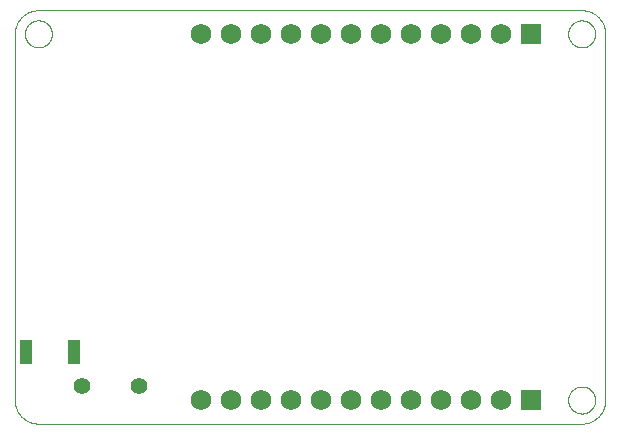
<source format=gbs>
G75*
%MOIN*%
%OFA0B0*%
%FSLAX25Y25*%
%IPPOS*%
%LPD*%
%AMOC8*
5,1,8,0,0,1.08239X$1,22.5*
%
%ADD10C,0.00000*%
%ADD11C,0.00100*%
%ADD12R,0.04400X0.08200*%
%ADD13R,0.06900X0.06900*%
%ADD14C,0.06900*%
%ADD15C,0.05600*%
D10*
X0010874Y0003250D02*
X0191976Y0003250D01*
X0192166Y0003252D01*
X0192356Y0003259D01*
X0192546Y0003271D01*
X0192736Y0003287D01*
X0192925Y0003307D01*
X0193114Y0003333D01*
X0193302Y0003362D01*
X0193489Y0003397D01*
X0193675Y0003436D01*
X0193860Y0003479D01*
X0194045Y0003527D01*
X0194228Y0003579D01*
X0194409Y0003635D01*
X0194589Y0003696D01*
X0194768Y0003762D01*
X0194945Y0003831D01*
X0195121Y0003905D01*
X0195294Y0003983D01*
X0195466Y0004066D01*
X0195635Y0004152D01*
X0195803Y0004242D01*
X0195968Y0004337D01*
X0196131Y0004435D01*
X0196291Y0004538D01*
X0196449Y0004644D01*
X0196604Y0004754D01*
X0196757Y0004867D01*
X0196907Y0004985D01*
X0197053Y0005106D01*
X0197197Y0005230D01*
X0197338Y0005358D01*
X0197476Y0005489D01*
X0197611Y0005624D01*
X0197742Y0005762D01*
X0197870Y0005903D01*
X0197994Y0006047D01*
X0198115Y0006193D01*
X0198233Y0006343D01*
X0198346Y0006496D01*
X0198456Y0006651D01*
X0198562Y0006809D01*
X0198665Y0006969D01*
X0198763Y0007132D01*
X0198858Y0007297D01*
X0198948Y0007465D01*
X0199034Y0007634D01*
X0199117Y0007806D01*
X0199195Y0007979D01*
X0199269Y0008155D01*
X0199338Y0008332D01*
X0199404Y0008511D01*
X0199465Y0008691D01*
X0199521Y0008872D01*
X0199573Y0009055D01*
X0199621Y0009240D01*
X0199664Y0009425D01*
X0199703Y0009611D01*
X0199738Y0009798D01*
X0199767Y0009986D01*
X0199793Y0010175D01*
X0199813Y0010364D01*
X0199829Y0010554D01*
X0199841Y0010744D01*
X0199848Y0010934D01*
X0199850Y0011124D01*
X0199850Y0133171D01*
X0199848Y0133361D01*
X0199841Y0133551D01*
X0199829Y0133741D01*
X0199813Y0133931D01*
X0199793Y0134120D01*
X0199767Y0134309D01*
X0199738Y0134497D01*
X0199703Y0134684D01*
X0199664Y0134870D01*
X0199621Y0135055D01*
X0199573Y0135240D01*
X0199521Y0135423D01*
X0199465Y0135604D01*
X0199404Y0135784D01*
X0199338Y0135963D01*
X0199269Y0136140D01*
X0199195Y0136316D01*
X0199117Y0136489D01*
X0199034Y0136661D01*
X0198948Y0136830D01*
X0198858Y0136998D01*
X0198763Y0137163D01*
X0198665Y0137326D01*
X0198562Y0137486D01*
X0198456Y0137644D01*
X0198346Y0137799D01*
X0198233Y0137952D01*
X0198115Y0138102D01*
X0197994Y0138248D01*
X0197870Y0138392D01*
X0197742Y0138533D01*
X0197611Y0138671D01*
X0197476Y0138806D01*
X0197338Y0138937D01*
X0197197Y0139065D01*
X0197053Y0139189D01*
X0196907Y0139310D01*
X0196757Y0139428D01*
X0196604Y0139541D01*
X0196449Y0139651D01*
X0196291Y0139757D01*
X0196131Y0139860D01*
X0195968Y0139958D01*
X0195803Y0140053D01*
X0195635Y0140143D01*
X0195466Y0140229D01*
X0195294Y0140312D01*
X0195121Y0140390D01*
X0194945Y0140464D01*
X0194768Y0140533D01*
X0194589Y0140599D01*
X0194409Y0140660D01*
X0194228Y0140716D01*
X0194045Y0140768D01*
X0193860Y0140816D01*
X0193675Y0140859D01*
X0193489Y0140898D01*
X0193302Y0140933D01*
X0193114Y0140962D01*
X0192925Y0140988D01*
X0192736Y0141008D01*
X0192546Y0141024D01*
X0192356Y0141036D01*
X0192166Y0141043D01*
X0191976Y0141045D01*
X0010874Y0141045D01*
X0010684Y0141043D01*
X0010494Y0141036D01*
X0010304Y0141024D01*
X0010114Y0141008D01*
X0009925Y0140988D01*
X0009736Y0140962D01*
X0009548Y0140933D01*
X0009361Y0140898D01*
X0009175Y0140859D01*
X0008990Y0140816D01*
X0008805Y0140768D01*
X0008622Y0140716D01*
X0008441Y0140660D01*
X0008261Y0140599D01*
X0008082Y0140533D01*
X0007905Y0140464D01*
X0007729Y0140390D01*
X0007556Y0140312D01*
X0007384Y0140229D01*
X0007215Y0140143D01*
X0007047Y0140053D01*
X0006882Y0139958D01*
X0006719Y0139860D01*
X0006559Y0139757D01*
X0006401Y0139651D01*
X0006246Y0139541D01*
X0006093Y0139428D01*
X0005943Y0139310D01*
X0005797Y0139189D01*
X0005653Y0139065D01*
X0005512Y0138937D01*
X0005374Y0138806D01*
X0005239Y0138671D01*
X0005108Y0138533D01*
X0004980Y0138392D01*
X0004856Y0138248D01*
X0004735Y0138102D01*
X0004617Y0137952D01*
X0004504Y0137799D01*
X0004394Y0137644D01*
X0004288Y0137486D01*
X0004185Y0137326D01*
X0004087Y0137163D01*
X0003992Y0136998D01*
X0003902Y0136830D01*
X0003816Y0136661D01*
X0003733Y0136489D01*
X0003655Y0136316D01*
X0003581Y0136140D01*
X0003512Y0135963D01*
X0003446Y0135784D01*
X0003385Y0135604D01*
X0003329Y0135423D01*
X0003277Y0135240D01*
X0003229Y0135055D01*
X0003186Y0134870D01*
X0003147Y0134684D01*
X0003112Y0134497D01*
X0003083Y0134309D01*
X0003057Y0134120D01*
X0003037Y0133931D01*
X0003021Y0133741D01*
X0003009Y0133551D01*
X0003002Y0133361D01*
X0003000Y0133171D01*
X0003000Y0011124D01*
X0003002Y0010934D01*
X0003009Y0010744D01*
X0003021Y0010554D01*
X0003037Y0010364D01*
X0003057Y0010175D01*
X0003083Y0009986D01*
X0003112Y0009798D01*
X0003147Y0009611D01*
X0003186Y0009425D01*
X0003229Y0009240D01*
X0003277Y0009055D01*
X0003329Y0008872D01*
X0003385Y0008691D01*
X0003446Y0008511D01*
X0003512Y0008332D01*
X0003581Y0008155D01*
X0003655Y0007979D01*
X0003733Y0007806D01*
X0003816Y0007634D01*
X0003902Y0007465D01*
X0003992Y0007297D01*
X0004087Y0007132D01*
X0004185Y0006969D01*
X0004288Y0006809D01*
X0004394Y0006651D01*
X0004504Y0006496D01*
X0004617Y0006343D01*
X0004735Y0006193D01*
X0004856Y0006047D01*
X0004980Y0005903D01*
X0005108Y0005762D01*
X0005239Y0005624D01*
X0005374Y0005489D01*
X0005512Y0005358D01*
X0005653Y0005230D01*
X0005797Y0005106D01*
X0005943Y0004985D01*
X0006093Y0004867D01*
X0006246Y0004754D01*
X0006401Y0004644D01*
X0006559Y0004538D01*
X0006719Y0004435D01*
X0006882Y0004337D01*
X0007047Y0004242D01*
X0007215Y0004152D01*
X0007384Y0004066D01*
X0007556Y0003983D01*
X0007729Y0003905D01*
X0007905Y0003831D01*
X0008082Y0003762D01*
X0008261Y0003696D01*
X0008441Y0003635D01*
X0008622Y0003579D01*
X0008805Y0003527D01*
X0008990Y0003479D01*
X0009175Y0003436D01*
X0009361Y0003397D01*
X0009548Y0003362D01*
X0009736Y0003333D01*
X0009925Y0003307D01*
X0010114Y0003287D01*
X0010304Y0003271D01*
X0010494Y0003259D01*
X0010684Y0003252D01*
X0010874Y0003250D01*
D11*
X0187476Y0011124D02*
X0187478Y0011258D01*
X0187484Y0011392D01*
X0187494Y0011525D01*
X0187508Y0011659D01*
X0187526Y0011792D01*
X0187548Y0011924D01*
X0187573Y0012055D01*
X0187603Y0012186D01*
X0187637Y0012316D01*
X0187674Y0012444D01*
X0187715Y0012572D01*
X0187760Y0012698D01*
X0187809Y0012823D01*
X0187861Y0012946D01*
X0187917Y0013068D01*
X0187977Y0013188D01*
X0188040Y0013306D01*
X0188107Y0013422D01*
X0188177Y0013536D01*
X0188251Y0013648D01*
X0188328Y0013758D01*
X0188408Y0013866D01*
X0188491Y0013971D01*
X0188577Y0014073D01*
X0188666Y0014173D01*
X0188759Y0014270D01*
X0188854Y0014365D01*
X0188952Y0014456D01*
X0189052Y0014545D01*
X0189155Y0014630D01*
X0189261Y0014713D01*
X0189369Y0014792D01*
X0189479Y0014868D01*
X0189592Y0014941D01*
X0189707Y0015010D01*
X0189823Y0015076D01*
X0189942Y0015138D01*
X0190062Y0015197D01*
X0190185Y0015252D01*
X0190308Y0015304D01*
X0190433Y0015351D01*
X0190560Y0015395D01*
X0190688Y0015436D01*
X0190817Y0015472D01*
X0190947Y0015505D01*
X0191078Y0015533D01*
X0191209Y0015558D01*
X0191342Y0015579D01*
X0191475Y0015596D01*
X0191608Y0015609D01*
X0191742Y0015618D01*
X0191876Y0015623D01*
X0192010Y0015624D01*
X0192143Y0015621D01*
X0192277Y0015614D01*
X0192411Y0015603D01*
X0192544Y0015588D01*
X0192677Y0015569D01*
X0192809Y0015546D01*
X0192940Y0015520D01*
X0193070Y0015489D01*
X0193200Y0015454D01*
X0193328Y0015416D01*
X0193455Y0015374D01*
X0193581Y0015328D01*
X0193706Y0015278D01*
X0193829Y0015225D01*
X0193950Y0015168D01*
X0194070Y0015107D01*
X0194187Y0015043D01*
X0194303Y0014976D01*
X0194417Y0014905D01*
X0194528Y0014830D01*
X0194637Y0014753D01*
X0194744Y0014672D01*
X0194849Y0014588D01*
X0194950Y0014501D01*
X0195050Y0014411D01*
X0195146Y0014318D01*
X0195240Y0014222D01*
X0195331Y0014123D01*
X0195418Y0014022D01*
X0195503Y0013918D01*
X0195585Y0013812D01*
X0195663Y0013704D01*
X0195738Y0013593D01*
X0195810Y0013480D01*
X0195879Y0013364D01*
X0195944Y0013247D01*
X0196005Y0013128D01*
X0196063Y0013007D01*
X0196117Y0012885D01*
X0196168Y0012761D01*
X0196215Y0012635D01*
X0196258Y0012508D01*
X0196297Y0012380D01*
X0196333Y0012251D01*
X0196364Y0012121D01*
X0196392Y0011990D01*
X0196416Y0011858D01*
X0196436Y0011725D01*
X0196452Y0011592D01*
X0196464Y0011459D01*
X0196472Y0011325D01*
X0196476Y0011191D01*
X0196476Y0011057D01*
X0196472Y0010923D01*
X0196464Y0010789D01*
X0196452Y0010656D01*
X0196436Y0010523D01*
X0196416Y0010390D01*
X0196392Y0010258D01*
X0196364Y0010127D01*
X0196333Y0009997D01*
X0196297Y0009868D01*
X0196258Y0009740D01*
X0196215Y0009613D01*
X0196168Y0009487D01*
X0196117Y0009363D01*
X0196063Y0009241D01*
X0196005Y0009120D01*
X0195944Y0009001D01*
X0195879Y0008884D01*
X0195810Y0008768D01*
X0195738Y0008655D01*
X0195663Y0008544D01*
X0195585Y0008436D01*
X0195503Y0008330D01*
X0195418Y0008226D01*
X0195331Y0008125D01*
X0195240Y0008026D01*
X0195146Y0007930D01*
X0195050Y0007837D01*
X0194950Y0007747D01*
X0194849Y0007660D01*
X0194744Y0007576D01*
X0194637Y0007495D01*
X0194528Y0007418D01*
X0194417Y0007343D01*
X0194303Y0007272D01*
X0194187Y0007205D01*
X0194070Y0007141D01*
X0193950Y0007080D01*
X0193829Y0007023D01*
X0193706Y0006970D01*
X0193581Y0006920D01*
X0193455Y0006874D01*
X0193328Y0006832D01*
X0193200Y0006794D01*
X0193070Y0006759D01*
X0192940Y0006728D01*
X0192809Y0006702D01*
X0192677Y0006679D01*
X0192544Y0006660D01*
X0192411Y0006645D01*
X0192277Y0006634D01*
X0192143Y0006627D01*
X0192010Y0006624D01*
X0191876Y0006625D01*
X0191742Y0006630D01*
X0191608Y0006639D01*
X0191475Y0006652D01*
X0191342Y0006669D01*
X0191209Y0006690D01*
X0191078Y0006715D01*
X0190947Y0006743D01*
X0190817Y0006776D01*
X0190688Y0006812D01*
X0190560Y0006853D01*
X0190433Y0006897D01*
X0190308Y0006944D01*
X0190185Y0006996D01*
X0190062Y0007051D01*
X0189942Y0007110D01*
X0189823Y0007172D01*
X0189707Y0007238D01*
X0189592Y0007307D01*
X0189479Y0007380D01*
X0189369Y0007456D01*
X0189261Y0007535D01*
X0189155Y0007618D01*
X0189052Y0007703D01*
X0188952Y0007792D01*
X0188854Y0007883D01*
X0188759Y0007978D01*
X0188666Y0008075D01*
X0188577Y0008175D01*
X0188491Y0008277D01*
X0188408Y0008382D01*
X0188328Y0008490D01*
X0188251Y0008600D01*
X0188177Y0008712D01*
X0188107Y0008826D01*
X0188040Y0008942D01*
X0187977Y0009060D01*
X0187917Y0009180D01*
X0187861Y0009302D01*
X0187809Y0009425D01*
X0187760Y0009550D01*
X0187715Y0009676D01*
X0187674Y0009804D01*
X0187637Y0009932D01*
X0187603Y0010062D01*
X0187573Y0010193D01*
X0187548Y0010324D01*
X0187526Y0010456D01*
X0187508Y0010589D01*
X0187494Y0010723D01*
X0187484Y0010856D01*
X0187478Y0010990D01*
X0187476Y0011124D01*
X0187476Y0133171D02*
X0187478Y0133305D01*
X0187484Y0133439D01*
X0187494Y0133572D01*
X0187508Y0133706D01*
X0187526Y0133839D01*
X0187548Y0133971D01*
X0187573Y0134102D01*
X0187603Y0134233D01*
X0187637Y0134363D01*
X0187674Y0134491D01*
X0187715Y0134619D01*
X0187760Y0134745D01*
X0187809Y0134870D01*
X0187861Y0134993D01*
X0187917Y0135115D01*
X0187977Y0135235D01*
X0188040Y0135353D01*
X0188107Y0135469D01*
X0188177Y0135583D01*
X0188251Y0135695D01*
X0188328Y0135805D01*
X0188408Y0135913D01*
X0188491Y0136018D01*
X0188577Y0136120D01*
X0188666Y0136220D01*
X0188759Y0136317D01*
X0188854Y0136412D01*
X0188952Y0136503D01*
X0189052Y0136592D01*
X0189155Y0136677D01*
X0189261Y0136760D01*
X0189369Y0136839D01*
X0189479Y0136915D01*
X0189592Y0136988D01*
X0189707Y0137057D01*
X0189823Y0137123D01*
X0189942Y0137185D01*
X0190062Y0137244D01*
X0190185Y0137299D01*
X0190308Y0137351D01*
X0190433Y0137398D01*
X0190560Y0137442D01*
X0190688Y0137483D01*
X0190817Y0137519D01*
X0190947Y0137552D01*
X0191078Y0137580D01*
X0191209Y0137605D01*
X0191342Y0137626D01*
X0191475Y0137643D01*
X0191608Y0137656D01*
X0191742Y0137665D01*
X0191876Y0137670D01*
X0192010Y0137671D01*
X0192143Y0137668D01*
X0192277Y0137661D01*
X0192411Y0137650D01*
X0192544Y0137635D01*
X0192677Y0137616D01*
X0192809Y0137593D01*
X0192940Y0137567D01*
X0193070Y0137536D01*
X0193200Y0137501D01*
X0193328Y0137463D01*
X0193455Y0137421D01*
X0193581Y0137375D01*
X0193706Y0137325D01*
X0193829Y0137272D01*
X0193950Y0137215D01*
X0194070Y0137154D01*
X0194187Y0137090D01*
X0194303Y0137023D01*
X0194417Y0136952D01*
X0194528Y0136877D01*
X0194637Y0136800D01*
X0194744Y0136719D01*
X0194849Y0136635D01*
X0194950Y0136548D01*
X0195050Y0136458D01*
X0195146Y0136365D01*
X0195240Y0136269D01*
X0195331Y0136170D01*
X0195418Y0136069D01*
X0195503Y0135965D01*
X0195585Y0135859D01*
X0195663Y0135751D01*
X0195738Y0135640D01*
X0195810Y0135527D01*
X0195879Y0135411D01*
X0195944Y0135294D01*
X0196005Y0135175D01*
X0196063Y0135054D01*
X0196117Y0134932D01*
X0196168Y0134808D01*
X0196215Y0134682D01*
X0196258Y0134555D01*
X0196297Y0134427D01*
X0196333Y0134298D01*
X0196364Y0134168D01*
X0196392Y0134037D01*
X0196416Y0133905D01*
X0196436Y0133772D01*
X0196452Y0133639D01*
X0196464Y0133506D01*
X0196472Y0133372D01*
X0196476Y0133238D01*
X0196476Y0133104D01*
X0196472Y0132970D01*
X0196464Y0132836D01*
X0196452Y0132703D01*
X0196436Y0132570D01*
X0196416Y0132437D01*
X0196392Y0132305D01*
X0196364Y0132174D01*
X0196333Y0132044D01*
X0196297Y0131915D01*
X0196258Y0131787D01*
X0196215Y0131660D01*
X0196168Y0131534D01*
X0196117Y0131410D01*
X0196063Y0131288D01*
X0196005Y0131167D01*
X0195944Y0131048D01*
X0195879Y0130931D01*
X0195810Y0130815D01*
X0195738Y0130702D01*
X0195663Y0130591D01*
X0195585Y0130483D01*
X0195503Y0130377D01*
X0195418Y0130273D01*
X0195331Y0130172D01*
X0195240Y0130073D01*
X0195146Y0129977D01*
X0195050Y0129884D01*
X0194950Y0129794D01*
X0194849Y0129707D01*
X0194744Y0129623D01*
X0194637Y0129542D01*
X0194528Y0129465D01*
X0194417Y0129390D01*
X0194303Y0129319D01*
X0194187Y0129252D01*
X0194070Y0129188D01*
X0193950Y0129127D01*
X0193829Y0129070D01*
X0193706Y0129017D01*
X0193581Y0128967D01*
X0193455Y0128921D01*
X0193328Y0128879D01*
X0193200Y0128841D01*
X0193070Y0128806D01*
X0192940Y0128775D01*
X0192809Y0128749D01*
X0192677Y0128726D01*
X0192544Y0128707D01*
X0192411Y0128692D01*
X0192277Y0128681D01*
X0192143Y0128674D01*
X0192010Y0128671D01*
X0191876Y0128672D01*
X0191742Y0128677D01*
X0191608Y0128686D01*
X0191475Y0128699D01*
X0191342Y0128716D01*
X0191209Y0128737D01*
X0191078Y0128762D01*
X0190947Y0128790D01*
X0190817Y0128823D01*
X0190688Y0128859D01*
X0190560Y0128900D01*
X0190433Y0128944D01*
X0190308Y0128991D01*
X0190185Y0129043D01*
X0190062Y0129098D01*
X0189942Y0129157D01*
X0189823Y0129219D01*
X0189707Y0129285D01*
X0189592Y0129354D01*
X0189479Y0129427D01*
X0189369Y0129503D01*
X0189261Y0129582D01*
X0189155Y0129665D01*
X0189052Y0129750D01*
X0188952Y0129839D01*
X0188854Y0129930D01*
X0188759Y0130025D01*
X0188666Y0130122D01*
X0188577Y0130222D01*
X0188491Y0130324D01*
X0188408Y0130429D01*
X0188328Y0130537D01*
X0188251Y0130647D01*
X0188177Y0130759D01*
X0188107Y0130873D01*
X0188040Y0130989D01*
X0187977Y0131107D01*
X0187917Y0131227D01*
X0187861Y0131349D01*
X0187809Y0131472D01*
X0187760Y0131597D01*
X0187715Y0131723D01*
X0187674Y0131851D01*
X0187637Y0131979D01*
X0187603Y0132109D01*
X0187573Y0132240D01*
X0187548Y0132371D01*
X0187526Y0132503D01*
X0187508Y0132636D01*
X0187494Y0132770D01*
X0187484Y0132903D01*
X0187478Y0133037D01*
X0187476Y0133171D01*
X0006374Y0133171D02*
X0006376Y0133305D01*
X0006382Y0133439D01*
X0006392Y0133572D01*
X0006406Y0133706D01*
X0006424Y0133839D01*
X0006446Y0133971D01*
X0006471Y0134102D01*
X0006501Y0134233D01*
X0006535Y0134363D01*
X0006572Y0134491D01*
X0006613Y0134619D01*
X0006658Y0134745D01*
X0006707Y0134870D01*
X0006759Y0134993D01*
X0006815Y0135115D01*
X0006875Y0135235D01*
X0006938Y0135353D01*
X0007005Y0135469D01*
X0007075Y0135583D01*
X0007149Y0135695D01*
X0007226Y0135805D01*
X0007306Y0135913D01*
X0007389Y0136018D01*
X0007475Y0136120D01*
X0007564Y0136220D01*
X0007657Y0136317D01*
X0007752Y0136412D01*
X0007850Y0136503D01*
X0007950Y0136592D01*
X0008053Y0136677D01*
X0008159Y0136760D01*
X0008267Y0136839D01*
X0008377Y0136915D01*
X0008490Y0136988D01*
X0008605Y0137057D01*
X0008721Y0137123D01*
X0008840Y0137185D01*
X0008960Y0137244D01*
X0009083Y0137299D01*
X0009206Y0137351D01*
X0009331Y0137398D01*
X0009458Y0137442D01*
X0009586Y0137483D01*
X0009715Y0137519D01*
X0009845Y0137552D01*
X0009976Y0137580D01*
X0010107Y0137605D01*
X0010240Y0137626D01*
X0010373Y0137643D01*
X0010506Y0137656D01*
X0010640Y0137665D01*
X0010774Y0137670D01*
X0010908Y0137671D01*
X0011041Y0137668D01*
X0011175Y0137661D01*
X0011309Y0137650D01*
X0011442Y0137635D01*
X0011575Y0137616D01*
X0011707Y0137593D01*
X0011838Y0137567D01*
X0011968Y0137536D01*
X0012098Y0137501D01*
X0012226Y0137463D01*
X0012353Y0137421D01*
X0012479Y0137375D01*
X0012604Y0137325D01*
X0012727Y0137272D01*
X0012848Y0137215D01*
X0012968Y0137154D01*
X0013085Y0137090D01*
X0013201Y0137023D01*
X0013315Y0136952D01*
X0013426Y0136877D01*
X0013535Y0136800D01*
X0013642Y0136719D01*
X0013747Y0136635D01*
X0013848Y0136548D01*
X0013948Y0136458D01*
X0014044Y0136365D01*
X0014138Y0136269D01*
X0014229Y0136170D01*
X0014316Y0136069D01*
X0014401Y0135965D01*
X0014483Y0135859D01*
X0014561Y0135751D01*
X0014636Y0135640D01*
X0014708Y0135527D01*
X0014777Y0135411D01*
X0014842Y0135294D01*
X0014903Y0135175D01*
X0014961Y0135054D01*
X0015015Y0134932D01*
X0015066Y0134808D01*
X0015113Y0134682D01*
X0015156Y0134555D01*
X0015195Y0134427D01*
X0015231Y0134298D01*
X0015262Y0134168D01*
X0015290Y0134037D01*
X0015314Y0133905D01*
X0015334Y0133772D01*
X0015350Y0133639D01*
X0015362Y0133506D01*
X0015370Y0133372D01*
X0015374Y0133238D01*
X0015374Y0133104D01*
X0015370Y0132970D01*
X0015362Y0132836D01*
X0015350Y0132703D01*
X0015334Y0132570D01*
X0015314Y0132437D01*
X0015290Y0132305D01*
X0015262Y0132174D01*
X0015231Y0132044D01*
X0015195Y0131915D01*
X0015156Y0131787D01*
X0015113Y0131660D01*
X0015066Y0131534D01*
X0015015Y0131410D01*
X0014961Y0131288D01*
X0014903Y0131167D01*
X0014842Y0131048D01*
X0014777Y0130931D01*
X0014708Y0130815D01*
X0014636Y0130702D01*
X0014561Y0130591D01*
X0014483Y0130483D01*
X0014401Y0130377D01*
X0014316Y0130273D01*
X0014229Y0130172D01*
X0014138Y0130073D01*
X0014044Y0129977D01*
X0013948Y0129884D01*
X0013848Y0129794D01*
X0013747Y0129707D01*
X0013642Y0129623D01*
X0013535Y0129542D01*
X0013426Y0129465D01*
X0013315Y0129390D01*
X0013201Y0129319D01*
X0013085Y0129252D01*
X0012968Y0129188D01*
X0012848Y0129127D01*
X0012727Y0129070D01*
X0012604Y0129017D01*
X0012479Y0128967D01*
X0012353Y0128921D01*
X0012226Y0128879D01*
X0012098Y0128841D01*
X0011968Y0128806D01*
X0011838Y0128775D01*
X0011707Y0128749D01*
X0011575Y0128726D01*
X0011442Y0128707D01*
X0011309Y0128692D01*
X0011175Y0128681D01*
X0011041Y0128674D01*
X0010908Y0128671D01*
X0010774Y0128672D01*
X0010640Y0128677D01*
X0010506Y0128686D01*
X0010373Y0128699D01*
X0010240Y0128716D01*
X0010107Y0128737D01*
X0009976Y0128762D01*
X0009845Y0128790D01*
X0009715Y0128823D01*
X0009586Y0128859D01*
X0009458Y0128900D01*
X0009331Y0128944D01*
X0009206Y0128991D01*
X0009083Y0129043D01*
X0008960Y0129098D01*
X0008840Y0129157D01*
X0008721Y0129219D01*
X0008605Y0129285D01*
X0008490Y0129354D01*
X0008377Y0129427D01*
X0008267Y0129503D01*
X0008159Y0129582D01*
X0008053Y0129665D01*
X0007950Y0129750D01*
X0007850Y0129839D01*
X0007752Y0129930D01*
X0007657Y0130025D01*
X0007564Y0130122D01*
X0007475Y0130222D01*
X0007389Y0130324D01*
X0007306Y0130429D01*
X0007226Y0130537D01*
X0007149Y0130647D01*
X0007075Y0130759D01*
X0007005Y0130873D01*
X0006938Y0130989D01*
X0006875Y0131107D01*
X0006815Y0131227D01*
X0006759Y0131349D01*
X0006707Y0131472D01*
X0006658Y0131597D01*
X0006613Y0131723D01*
X0006572Y0131851D01*
X0006535Y0131979D01*
X0006501Y0132109D01*
X0006471Y0132240D01*
X0006446Y0132371D01*
X0006424Y0132503D01*
X0006406Y0132636D01*
X0006392Y0132770D01*
X0006382Y0132903D01*
X0006376Y0133037D01*
X0006374Y0133171D01*
D12*
X0006906Y0027022D03*
X0022656Y0027022D03*
D13*
X0174929Y0011124D03*
X0174929Y0133171D03*
D14*
X0164929Y0133171D03*
X0154929Y0133171D03*
X0144929Y0133171D03*
X0134929Y0133171D03*
X0124929Y0133171D03*
X0114929Y0133171D03*
X0104929Y0133171D03*
X0094929Y0133171D03*
X0084929Y0133171D03*
X0074929Y0133171D03*
X0064929Y0133171D03*
X0064929Y0011124D03*
X0074929Y0011124D03*
X0084929Y0011124D03*
X0094929Y0011124D03*
X0104929Y0011124D03*
X0114929Y0011124D03*
X0124929Y0011124D03*
X0134929Y0011124D03*
X0144929Y0011124D03*
X0154929Y0011124D03*
X0164929Y0011124D03*
D15*
X0044500Y0015750D03*
X0025500Y0015750D03*
M02*

</source>
